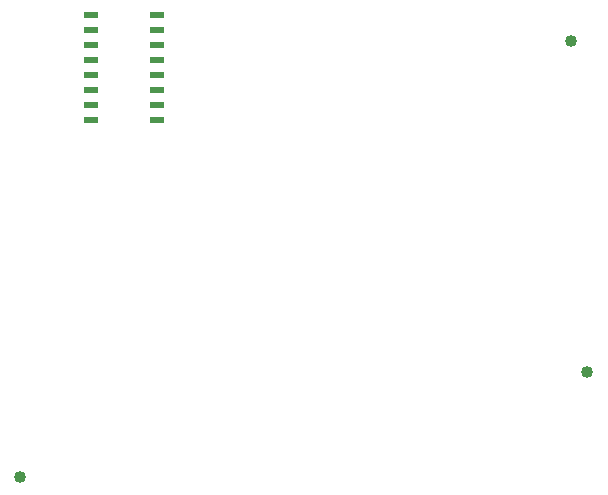
<source format=gbr>
G04 EAGLE Gerber RS-274X export*
G75*
%MOMM*%
%FSLAX34Y34*%
%LPD*%
%INSolderpaste Top*%
%IPPOS*%
%AMOC8*
5,1,8,0,0,1.08239X$1,22.5*%
G01*
%ADD10C,1.016000*%
%ADD11R,1.200000X0.600000*%


D10*
X662940Y109220D03*
X182880Y20320D03*
D11*
X242510Y411480D03*
X242510Y398780D03*
X242510Y386080D03*
X242510Y373380D03*
X242510Y360680D03*
X242510Y347980D03*
X242510Y335280D03*
X242510Y322580D03*
X298510Y322580D03*
X298510Y335280D03*
X298510Y347980D03*
X298510Y360680D03*
X298510Y373380D03*
X298510Y386080D03*
X298510Y398780D03*
X298510Y411480D03*
D10*
X648970Y389890D03*
M02*

</source>
